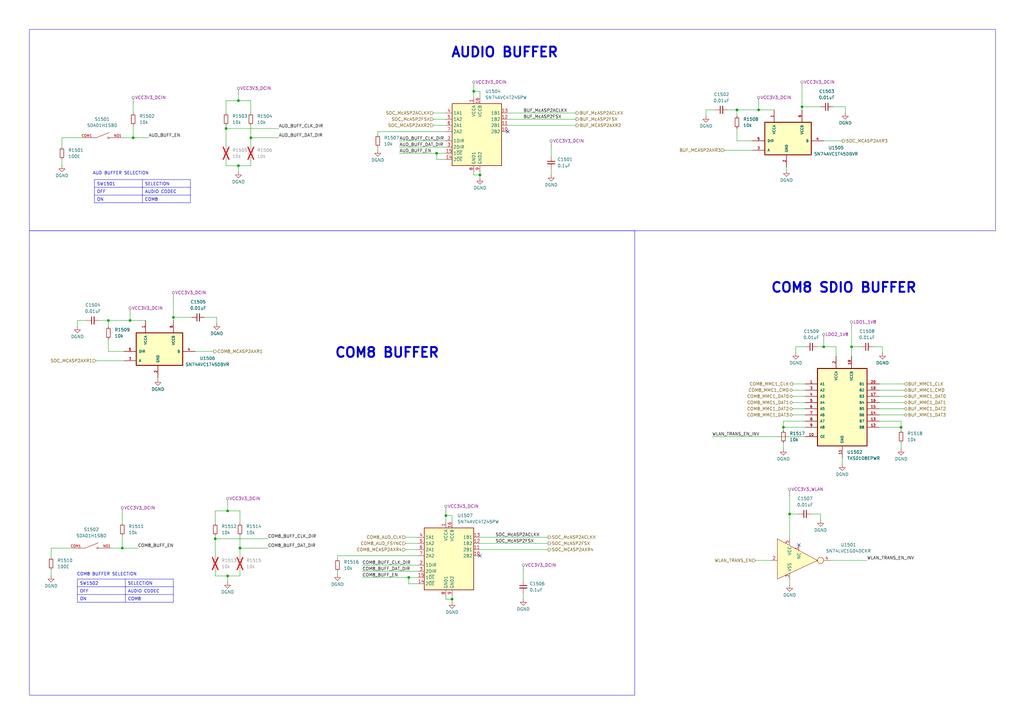
<source format=kicad_sch>
(kicad_sch (version 20250114) (generator "eeschema") (generator_version "9.0")
  (paper "A3")
  (title_block (title "Barre de son (base saine)") (date "2025-05-16") (rev "1.0") (company "NDH"))
  (lib_symbols
    (symbol "Device:C_Small" (pin_numbers (hide yes)) (pin_names (offset 0.254) (hide yes))
      (property "Reference" "C" (at 0.254 1.778 0))
      (property "Value" "C_Small" (at 0.254 -2.032 0))
      (symbol "C_Small_0_1"
        (polyline (pts (xy -1.524 0.508) (xy 1.524 0.508)) (stroke (width 0.3048)))
        (polyline (pts (xy -1.524 -0.508) (xy 1.524 -0.508)) (stroke (width 0.3302)))
      )
      (symbol "C_Small_1_1"
        (pin passive line (at 0 2.54 270) (length 2.032) (name "~") (number "1"))
        (pin passive line (at 0 -2.54 90) (length 2.032) (name "~") (number "2"))
      )
    )
    (symbol "Device:R_Small" (pin_numbers (hide yes)) (pin_names (offset 0.254) (hide yes))
      (property "Reference" "R" (at 0.762 0.508 0))
      (property "Value" "R_Small" (at 0.762 -1.016 0))
      (symbol "R_Small_0_1"
        (rectangle (start -0.762 1.778) (end 0.762 -1.778) (stroke (width 0.2032)))
      )
      (symbol "R_Small_1_1"
        (pin passive line (at 0 2.54 270) (length 0.762) (name "~") (number "1"))
        (pin passive line (at 0 -2.54 90) (length 0.762) (name "~") (number "2"))
      )
    )
    (symbol "Libglobal:SDA01H1SBD" (pin_names (offset 1.016))
      (property "Reference" "S" (at -2.54 2.54 0))
      (property "Value" "SDA01H1SBD" (at -2.54 -2.54 0))
      (symbol "SDA01H1SBD_0_0"
        (polyline (pts (xy -2.54 0) (xy -5.08 0)) (stroke (width 0.1524)))
        (polyline (pts (xy -2.54 0) (xy 2.794 2.1336)) (stroke (width 0.1524)))
        (circle (center 2.54 0) (radius 0.3302) (stroke (width 0.1524)))
        (polyline (pts (xy 5.08 0) (xy 2.921 0)) (stroke (width 0.1524)))
        (pin passive line (at -7.62 0 0) (length 2.54) (name "~") (number "COM1"))
        (pin passive line (at 7.62 0 180) (length 2.54) (name "~") (number "NO1"))
      )
    )
    (symbol "Libglobal:SN74AVC1T45DBVR" (pin_names (offset 1.016))
      (property "Reference" "U" (at -12.7 13.7 0))
      (property "Value" "SN74AVC1T45DBVR" (at 3.302 -6.604 0))
      (symbol "SN74AVC1T45DBVR_0_0"
        (rectangle (start -12.7 10.16) (end 6.35 -3.175) (stroke (width 0.41)) (fill (type background)))
        (pin input line (at -17.78 2.54 0) (length 5.08) (name "DIR") (number "5"))
        (pin input line (at -17.78 -1.27 0) (length 5.08) (name "A") (number "3"))
        (pin power_in line (at -8.89 15.24 270) (length 5.08) (name "VCCA") (number "1"))
        (pin power_in line (at -3.81 -8.255 90) (length 5.08) (name "GND") (number "2"))
        (pin power_in line (at 2.54 15.24 270) (length 5.08) (name "VCCB") (number "6"))
        (pin output line (at 11.43 2.54 180) (length 5.08) (name "B") (number "4"))
      )
    )
    (symbol "Libglobal:SN74AVC4T245PW"
      (property "Reference" "U" (at -8.89 13.97 0))
      (property "Value" "SN74AVC4T245PW" (at 12.7 13.97 0))
      (symbol "SN74AVC4T245PW_0_1"
        (rectangle (start -10.16 12.7) (end 10.16 -12.7) (stroke (width 0.254)) (fill (type background)))
      )
      (symbol "SN74AVC4T245PW_1_1"
        (pin bidirectional line (at -12.7 8.89 0) (length 2.54) (name "1A1") (number "4"))
        (pin bidirectional line (at -12.7 6.35 0) (length 2.54) (name "1A2") (number "5"))
        (pin bidirectional line (at -12.7 3.81 0) (length 2.54) (name "2A1") (number "6"))
        (pin bidirectional line (at -12.7 1.27 0) (length 2.54) (name "2A2") (number "7"))
        (pin input line (at -12.7 -2.54 0) (length 2.54) (name "1DIR") (number "2"))
        (pin input line (at -12.7 -5.08 0) (length 2.54) (name "2DIR") (number "3"))
        (pin input line (at -12.7 -7.62 0) (length 2.54) (name "1~{OE}") (number "15"))
        (pin input line (at -12.7 -10.16 0) (length 2.54) (name "2~{OE}") (number "14"))
        (pin power_in line (at -1.27 15.24 270) (length 2.54) (name "VCCA") (number "1"))
        (pin power_in line (at -1.27 -15.24 90) (length 2.54) (name "GND1") (number "8"))
        (pin power_in line (at 1.27 15.24 270) (length 2.54) (name "VCCB") (number "16"))
        (pin passive line (at 1.27 -15.24 90) (length 2.54) (name "GND2") (number "9"))
        (pin bidirectional line (at 12.7 8.89 180) (length 2.54) (name "1B1") (number "13"))
        (pin bidirectional line (at 12.7 6.35 180) (length 2.54) (name "1B2") (number "12"))
        (pin bidirectional line (at 12.7 3.81 180) (length 2.54) (name "2B1") (number "11"))
        (pin bidirectional line (at 12.7 1.27 180) (length 2.54) (name "2B2") (number "10"))
      )
    )
    (symbol "Libglobal:SN74LVC1G04DCKR"
      (property "Reference" "U" (at 0 0 0))
      (property "Value" "SN74LVC1G04DCKR" (at -0.508 -1.524 0))
      (symbol "SN74LVC1G04DCKR_1_1"
        (polyline (pts (xy -10.16 -11.43) (xy -10.16 -24.13) (xy 6.35 -16.51) (xy -10.16 -7.62) (xy -10.16 -11.43)) (fill (type background)))
        (circle (center 6.35 -16.51) (radius 0.0001))
        (circle (center 7.62 -16.51) (radius 1.27) (fill (type background)))
        (pin input line (at -12.7 -16.51 0) (length 2.54) (name "") (number "2"))
        (pin input line (at -5.08 -7.62 270) (length 2.54) (name "VCC") (number "5"))
        (pin input line (at -5.08 -24.13 90) (length 2.54) (name "VSS") (number "3"))
        (pin input line (at -1.27 -10.16 270) (length 2.54) (name "NC") (number "1"))
        (pin output line (at 11.43 -16.51 180) (length 2.54) (name "") (number "4"))
      )
    )
    (symbol "Libglobal:TXS0108EPWR" (pin_names (offset 1.016))
      (property "Reference" "U" (at 9.144 -8.636 0))
      (property "Value" "TXS0108EPWR" (at 9.144 -10.414 0))
      (symbol "TXS0108EPWR_0_0"
        (rectangle (start -12.7 22.86) (end 7.62 -8.89) (stroke (width 0.41)) (fill (type background)))
        (pin bidirectional line (at -17.78 16.51 0) (length 5.08) (name "A1") (number "1"))
        (pin bidirectional line (at -17.78 13.97 0) (length 5.08) (name "A2") (number "3"))
        (pin bidirectional line (at -17.78 11.43 0) (length 5.08) (name "A3") (number "4"))
        (pin bidirectional line (at -17.78 8.89 0) (length 5.08) (name "A4") (number "5"))
        (pin bidirectional line (at -17.78 6.35 0) (length 5.08) (name "A5") (number "6"))
        (pin bidirectional line (at -17.78 3.81 0) (length 5.08) (name "A6") (number "7"))
        (pin bidirectional line (at -17.78 1.27 0) (length 5.08) (name "A7") (number "8"))
        (pin bidirectional line (at -17.78 -1.27 0) (length 5.08) (name "A8") (number "9"))
        (pin input line (at -17.78 -5.08 0) (length 5.08) (name "OE") (number "10"))
        (pin power_in line (at -5.08 27.94 270) (length 5.08) (name "VCCA") (number "2"))
        (pin power_in line (at -2.54 -13.97 90) (length 5.08) (name "GND") (number "11"))
        (pin power_in line (at 1.27 27.94 270) (length 5.08) (name "VCCB") (number "19"))
        (pin bidirectional line (at 12.7 16.51 180) (length 5.08) (name "B1") (number "20"))
        (pin bidirectional line (at 12.7 13.97 180) (length 5.08) (name "B2") (number "18"))
        (pin bidirectional line (at 12.7 11.43 180) (length 5.08) (name "B3") (number "17"))
        (pin bidirectional line (at 12.7 8.89 180) (length 5.08) (name "B4") (number "16"))
        (pin bidirectional line (at 12.7 6.35 180) (length 5.08) (name "B5") (number "15"))
        (pin bidirectional line (at 12.7 3.81 180) (length 5.08) (name "B6") (number "14"))
        (pin bidirectional line (at 12.7 1.27 180) (length 5.08) (name "B7") (number "13"))
        (pin bidirectional line (at 12.7 -1.27 180) (length 5.08) (name "B8") (number "12"))
      )
    )
    (symbol "SN74AVC1T45DBVR_1" (pin_names (offset 1.016))
      (property "Reference" "U" (at -12.7 13.7 0))
      (property "Value" "SN74AVC1T45DBVR" (at 3.302 -6.604 0))
      (symbol "SN74AVC1T45DBVR_1_0_0"
        (rectangle (start -12.7 10.16) (end 6.35 -3.175) (stroke (width 0.41)) (fill (type background)))
        (pin input line (at -17.78 2.54 0) (length 5.08) (name "DIR") (number "5"))
        (pin input line (at -17.78 -1.27 0) (length 5.08) (name "A") (number "3"))
        (pin power_in line (at -8.89 15.24 270) (length 5.08) (name "VCCA") (number "1"))
        (pin power_in line (at -3.81 -8.255 90) (length 5.08) (name "GND") (number "2"))
        (pin power_in line (at 2.54 15.24 270) (length 5.08) (name "VCCB") (number "6"))
        (pin output line (at 11.43 2.54 180) (length 5.08) (name "B") (number "4"))
      )
    )
    (symbol "power:GND" (power) (pin_numbers (hide yes)) (pin_names (offset 0) (hide yes))
      (property "Value" "GND" (at 0 -3.81 0))
      (symbol "GND_0_1"
        (polyline (pts (xy 0 0) (xy 0 -1.27) (xy 1.27 -1.27) (xy 0 -2.54) (xy -1.27 -1.27) (xy 0 -1.27)))
      )
      (symbol "GND_1_1"
        (pin power_in line (at 0 0 270) (length 0) (name "~") (number "1"))
      )
    )
  )
  (rectangle (start 12.065 12.065) (end 408.305 94.615))
  (rectangle (start 12.065 94.615) (end 260.35 285.115))
  (text "COM8 SDIO BUFFER\n" (at 346.075 118.11 0) (effects (font (size 4 4) (thickness 0.8) (bold yes))))
  (text "AUD BUFFER SELECTION\n" (at 49.53 71.12 0) (effects (font (size 1.27 1.27))))
  (text "AUDIO BUFFER\n" (at 207.01 21.59 0) (effects (font (size 4 4) (thickness 0.8) (bold yes))))
  (text "COM8 BUFFER SELECTION\n" (at 43.815 235.585 0) (effects (font (size 1.27 1.27))))
  (text "COM8 BUFFER\n" (at 158.75 144.78 0) (effects (font (size 4 4) (thickness 0.8) (bold yes))))
  (junction (at 50.165 224.79))
  (junction (at 328.93 43.815))
  (junction (at 167.64 236.855))
  (junction (at 349.25 142.24))
  (junction (at 53.34 131.445))
  (junction (at 311.15 45.085))
  (junction (at 97.79 41.275))
  (junction (at 182.88 211.455))
  (junction (at 194.31 37.465))
  (junction (at 92.71 52.705))
  (junction (at 44.45 131.445))
  (junction (at 369.57 175.26))
  (junction (at 88.265 220.98))
  (junction (at 54.61 56.515))
  (junction (at 102.87 56.515))
  (junction (at 337.82 142.24))
  (junction (at 323.85 210.82))
  (junction (at 321.31 175.26))
  (junction (at 97.79 67.945))
  (junction (at 71.12 130.175))
  (junction (at 98.425 224.79))
  (junction (at 179.07 62.865))
  (junction (at 93.345 209.55))
  (junction (at 302.26 45.085))
  (junction (at 185.42 245.745))
  (junction (at 196.85 71.755))
  (junction (at 93.345 236.22))
  (no_connect (at 208.28 53.975))
  (no_connect (at 196.85 227.965))
  (no_connect (at 327.66 223.52))
  (wire (pts (xy 54.61 56.515) (xy 60.96 56.515)))
  (wire (pts (xy 98.425 224.79) (xy 98.425 228.6)))
  (wire (pts (xy 326.39 142.24) (xy 330.2 142.24)))
  (wire (pts (xy 179.07 62.865) (xy 182.88 62.865)))
  (wire (pts (xy 370.84 160.02) (xy 360.68 160.02)))
  (wire (pts (xy 50.165 219.71) (xy 50.165 224.79)))
  (wire (pts (xy 88.265 209.55) (xy 88.265 214.63)))
  (wire (pts (xy 39.37 147.955) (xy 50.8 147.955)))
  (wire (pts (xy 236.22 51.435) (xy 208.28 51.435)))
  (wire (pts (xy 177.8 46.355) (xy 182.88 46.355)))
  (wire (pts (xy 54.61 51.435) (xy 54.61 56.515)))
  (wire (pts (xy 93.345 209.55) (xy 88.265 209.55)))
  (wire (pts (xy 322.58 68.58) (xy 322.58 69.85)))
  (wire (pts (xy 102.87 51.435) (xy 102.87 56.515)))
  (wire (pts (xy 236.22 48.895) (xy 208.28 48.895)))
  (wire (pts (xy 92.71 67.945) (xy 92.71 65.405)))
  (wire (pts (xy 102.87 65.405) (xy 102.87 67.945)))
  (wire (pts (xy 293.37 45.085) (xy 289.56 45.085)))
  (wire (pts (xy 311.15 42.545) (xy 311.15 45.085)))
  (wire (pts (xy 330.2 172.72) (xy 321.31 172.72)))
  (wire (pts (xy 154.94 53.975) (xy 182.88 53.975)))
  (wire (pts (xy 369.57 181.61) (xy 369.57 184.15)))
  (wire (pts (xy 20.955 233.68) (xy 20.955 236.22)))
  (wire (pts (xy 345.44 187.96) (xy 345.44 190.5)))
  (wire (pts (xy 336.55 213.36) (xy 336.55 210.82)))
  (wire (pts (xy 44.45 133.985) (xy 44.45 131.445)))
  (wire (pts (xy 34.29 56.515) (xy 25.4 56.515)))
  (wire (pts (xy 328.93 36.195) (xy 328.93 43.815)))
  (wire (pts (xy 185.42 211.455) (xy 182.88 211.455)))
  (wire (pts (xy 321.31 175.26) (xy 321.31 176.53)))
  (wire (pts (xy 50.165 224.79) (xy 56.515 224.79)))
  (wire (pts (xy 71.12 130.175) (xy 71.12 131.445)))
  (wire (pts (xy 321.31 172.72) (xy 321.31 175.26)))
  (wire (pts (xy 302.26 47.625) (xy 302.26 45.085)))
  (wire (pts (xy 309.88 229.87) (xy 316.23 229.87)))
  (wire (pts (xy 185.42 245.745) (xy 185.42 247.015)))
  (wire (pts (xy 171.45 239.395) (xy 167.64 239.395)))
  (wire (pts (xy 370.84 167.64) (xy 360.68 167.64)))
  (wire (pts (xy 325.12 162.56) (xy 330.2 162.56)))
  (wire (pts (xy 93.345 207.01) (xy 93.345 209.55)))
  (wire (pts (xy 98.425 224.79) (xy 109.855 224.79)))
  (wire (pts (xy 224.79 220.345) (xy 196.85 220.345)))
  (wire (pts (xy 302.26 57.785) (xy 308.61 57.785)))
  (wire (pts (xy 194.31 71.755) (xy 194.31 70.485)))
  (wire (pts (xy 345.44 57.785) (xy 337.82 57.785)))
  (wire (pts (xy 166.37 225.425) (xy 171.45 225.425)))
  (wire (pts (xy 196.85 40.005) (xy 196.85 37.465)))
  (wire (pts (xy 31.75 131.445) (xy 31.75 133.985)))
  (wire (pts (xy 98.425 209.55) (xy 93.345 209.55)))
  (wire (pts (xy 185.42 244.475) (xy 185.42 245.745)))
  (wire (pts (xy 98.425 219.71) (xy 98.425 224.79)))
  (wire (pts (xy 182.88 65.405) (xy 179.07 65.405)))
  (wire (pts (xy 194.31 36.195) (xy 194.31 37.465)))
  (wire (pts (xy 185.42 245.745) (xy 182.88 245.745)))
  (wire (pts (xy 335.28 142.24) (xy 337.82 142.24)))
  (wire (pts (xy 224.79 222.885) (xy 196.85 222.885)))
  (wire (pts (xy 93.345 236.22) (xy 98.425 236.22)))
  (wire (pts (xy 302.26 52.705) (xy 302.26 57.785)))
  (wire (pts (xy 138.43 227.965) (xy 171.45 227.965)))
  (wire (pts (xy 138.43 234.315) (xy 138.43 235.585)))
  (wire (pts (xy 196.85 71.755) (xy 196.85 73.025)))
  (wire (pts (xy 328.93 43.815) (xy 328.93 45.085)))
  (wire (pts (xy 102.87 56.515) (xy 114.3 56.515)))
  (wire (pts (xy 236.22 46.355) (xy 208.28 46.355)))
  (wire (pts (xy 185.42 213.995) (xy 185.42 211.455)))
  (wire (pts (xy 325.12 160.02) (xy 330.2 160.02)))
  (wire (pts (xy 53.34 128.905) (xy 53.34 131.445)))
  (wire (pts (xy 44.45 139.065) (xy 44.45 144.145)))
  (wire (pts (xy 224.79 225.425) (xy 196.85 225.425)))
  (wire (pts (xy 361.95 142.24) (xy 358.14 142.24)))
  (wire (pts (xy 196.85 71.755) (xy 194.31 71.755)))
  (wire (pts (xy 98.425 214.63) (xy 98.425 209.55)))
  (wire (pts (xy 97.79 67.945) (xy 102.87 67.945)))
  (wire (pts (xy 360.68 172.72) (xy 369.57 172.72)))
  (wire (pts (xy 138.43 229.235) (xy 138.43 227.965)))
  (wire (pts (xy 44.45 131.445) (xy 53.34 131.445)))
  (wire (pts (xy 25.4 56.515) (xy 25.4 60.325)))
  (wire (pts (xy 182.88 210.185) (xy 182.88 211.455)))
  (wire (pts (xy 369.57 175.26) (xy 369.57 176.53)))
  (wire (pts (xy 182.88 245.745) (xy 182.88 244.475)))
  (wire (pts (xy 330.2 175.26) (xy 321.31 175.26)))
  (wire (pts (xy 64.77 154.94) (xy 64.77 155.575)))
  (wire (pts (xy 297.18 61.595) (xy 308.61 61.595)))
  (wire (pts (xy 40.64 131.445) (xy 44.45 131.445)))
  (wire (pts (xy 163.83 62.865) (xy 179.07 62.865)))
  (wire (pts (xy 167.64 239.395) (xy 167.64 236.855)))
  (wire (pts (xy 321.31 181.61) (xy 321.31 184.15)))
  (wire (pts (xy 369.57 172.72) (xy 369.57 175.26)))
  (wire (pts (xy 326.39 144.78) (xy 326.39 142.24)))
  (wire (pts (xy 179.07 65.405) (xy 179.07 62.865)))
  (wire (pts (xy 349.25 142.24) (xy 349.25 146.05)))
  (wire (pts (xy 194.31 37.465) (xy 194.31 40.005)))
  (wire (pts (xy 342.9 142.24) (xy 342.9 146.05)))
  (wire (pts (xy 177.8 48.895) (xy 182.88 48.895)))
  (wire (pts (xy 50.165 210.82) (xy 50.165 214.63)))
  (wire (pts (xy 346.71 43.815) (xy 341.63 43.815)))
  (wire (pts (xy 148.59 236.855) (xy 167.64 236.855)))
  (wire (pts (xy 92.71 51.435) (xy 92.71 52.705)))
  (wire (pts (xy 87.63 144.145) (xy 80.01 144.145)))
  (wire (pts (xy 370.84 162.56) (xy 360.68 162.56)))
  (wire (pts (xy 54.61 42.545) (xy 54.61 46.355)))
  (wire (pts (xy 88.265 220.98) (xy 88.265 228.6)))
  (wire (pts (xy 154.94 60.325) (xy 154.94 61.595)))
  (wire (pts (xy 325.12 157.48) (xy 330.2 157.48)))
  (wire (pts (xy 35.56 131.445) (xy 31.75 131.445)))
  (wire (pts (xy 97.79 70.485) (xy 97.79 67.945)))
  (wire (pts (xy 226.06 69.215) (xy 226.06 71.755)))
  (wire (pts (xy 102.87 56.515) (xy 102.87 60.325)))
  (wire (pts (xy 92.71 52.705) (xy 114.3 52.705)))
  (wire (pts (xy 370.84 165.1) (xy 360.68 165.1)))
  (wire (pts (xy 302.26 45.085) (xy 311.15 45.085)))
  (wire (pts (xy 196.85 37.465) (xy 194.31 37.465)))
  (wire (pts (xy 226.06 60.325) (xy 226.06 64.135)))
  (wire (pts (xy 323.85 210.82) (xy 327.66 210.82)))
  (wire (pts (xy 370.84 170.18) (xy 360.68 170.18)))
  (wire (pts (xy 182.88 211.455) (xy 182.88 213.995)))
  (wire (pts (xy 340.36 229.87) (xy 355.6 229.87)))
  (wire (pts (xy 337.82 142.24) (xy 342.9 142.24)))
  (wire (pts (xy 337.82 139.7) (xy 337.82 142.24)))
  (wire (pts (xy 336.55 210.82) (xy 332.74 210.82)))
  (wire (pts (xy 336.55 43.815) (xy 328.93 43.815)))
  (wire (pts (xy 323.85 203.2) (xy 323.85 210.82)))
  (wire (pts (xy 166.37 222.885) (xy 171.45 222.885)))
  (wire (pts (xy 289.56 45.085) (xy 289.56 47.625)))
  (wire (pts (xy 166.37 220.345) (xy 171.45 220.345)))
  (wire (pts (xy 361.95 144.78) (xy 361.95 142.24)))
  (wire (pts (xy 163.83 60.325) (xy 182.88 60.325)))
  (wire (pts (xy 44.45 144.145) (xy 50.8 144.145)))
  (wire (pts (xy 325.12 167.64) (xy 330.2 167.64)))
  (wire (pts (xy 323.85 237.49) (xy 323.85 240.03)))
  (wire (pts (xy 93.345 238.76) (xy 93.345 236.22)))
  (wire (pts (xy 54.61 56.515) (xy 49.53 56.515)))
  (wire (pts (xy 323.85 210.82) (xy 323.85 220.98)))
  (wire (pts (xy 167.64 236.855) (xy 171.45 236.855)))
  (wire (pts (xy 214.63 243.205) (xy 214.63 245.745)))
  (wire (pts (xy 177.8 51.435) (xy 182.88 51.435)))
  (wire (pts (xy 78.74 130.175) (xy 71.12 130.175)))
  (wire (pts (xy 88.265 219.71) (xy 88.265 220.98)))
  (wire (pts (xy 53.34 131.445) (xy 59.69 131.445)))
  (wire (pts (xy 88.9 132.715) (xy 88.9 130.175)))
  (wire (pts (xy 88.9 130.175) (xy 83.82 130.175)))
  (wire (pts (xy 163.83 57.785) (xy 182.88 57.785)))
  (wire (pts (xy 325.12 170.18) (xy 330.2 170.18)))
  (wire (pts (xy 325.12 165.1) (xy 330.2 165.1)))
  (wire (pts (xy 370.84 157.48) (xy 360.68 157.48)))
  (wire (pts (xy 25.4 65.405) (xy 25.4 67.945)))
  (wire (pts (xy 349.25 142.24) (xy 353.06 142.24)))
  (wire (pts (xy 154.94 55.245) (xy 154.94 53.975)))
  (wire (pts (xy 88.265 220.98) (xy 109.855 220.98)))
  (wire (pts (xy 29.845 224.79) (xy 20.955 224.79)))
  (wire (pts (xy 50.165 224.79) (xy 45.085 224.79)))
  (wire (pts (xy 92.71 52.705) (xy 92.71 60.325)))
  (wire (pts (xy 148.59 234.315) (xy 171.45 234.315)))
  (wire (pts (xy 148.59 231.775) (xy 171.45 231.775)))
  (wire (pts (xy 102.87 46.355) (xy 102.87 41.275)))
  (wire (pts (xy 98.425 233.68) (xy 98.425 236.22)))
  (wire (pts (xy 298.45 45.085) (xy 302.26 45.085)))
  (wire (pts (xy 214.63 234.315) (xy 214.63 238.125)))
  (wire (pts (xy 346.71 46.355) (xy 346.71 43.815)))
  (wire (pts (xy 88.265 236.22) (xy 88.265 233.68)))
  (wire (pts (xy 311.15 45.085) (xy 317.5 45.085)))
  (wire (pts (xy 292.1 179.07) (xy 330.2 179.07)))
  (wire (pts (xy 349.25 134.62) (xy 349.25 142.24)))
  (wire (pts (xy 88.265 236.22) (xy 93.345 236.22)))
  (wire (pts (xy 20.955 224.79) (xy 20.955 228.6)))
  (wire (pts (xy 71.12 122.555) (xy 71.12 130.175)))
  (wire (pts (xy 92.71 67.945) (xy 97.79 67.945)))
  (wire (pts (xy 97.79 38.735) (xy 97.79 41.275)))
  (wire (pts (xy 360.68 175.26) (xy 369.57 175.26)))
  (wire (pts (xy 196.85 70.485) (xy 196.85 71.755)))
  (wire (pts (xy 92.71 41.275) (xy 92.71 46.355)))
  (wire (pts (xy 97.79 41.275) (xy 92.71 41.275)))
  (wire (pts (xy 102.87 41.275) (xy 97.79 41.275)))
  (table (column_count 2) (border (external yes) (header yes)) (separators (rows yes) (cols yes)) (column_widths 19.685 19.685) (row_heights 3.175 3.175 3.175) (cells (table_cell "SW1501" (at 38.735 73.66 0) (size 19.685 3.175) (margins 0.9525 0.9525 0.9525 0.9525) (span 1 1)) (table_cell "SELECTION" (at 58.42 73.66 0) (size 19.685 3.175) (margins 0.9525 0.9525 0.9525 0.9525) (span 1 1)) (table_cell "OFF" (at 38.735 76.835 0) (size 19.685 3.175) (margins 0.9525 0.9525 0.9525 0.9525) (span 1 1)) (table_cell "AUDIO CODEC" (at 58.42 76.835 0) (size 19.685 3.175) (margins 0.9525 0.9525 0.9525 0.9525) (span 1 1)) (table_cell "ON" (at 38.735 80.01 0) (size 19.685 3.175) (margins 0.9525 0.9525 0.9525 0.9525) (span 1 1)) (table_cell "COM8" (at 58.42 80.01 0) (size 19.685 3.175) (margins 0.9525 0.9525 0.9525 0.9525) (span 1 1))))
  (table (column_count 2) (border (external yes) (header yes)) (separators (rows yes) (cols yes)) (column_widths 19.685 19.685) (row_heights 3.175 3.175 3.175) (cells (table_cell "SW1502" (at 31.75 237.49 0) (size 19.685 3.175) (margins 0.9525 0.9525 0.9525 0.9525) (span 1 1)) (table_cell "SELECTION" (at 51.435 237.49 0) (size 19.685 3.175) (margins 0.9525 0.9525 0.9525 0.9525) (span 1 1)) (table_cell "OFF" (at 31.75 240.665 0) (size 19.685 3.175) (margins 0.9525 0.9525 0.9525 0.9525) (span 1 1)) (table_cell "AUDIO CODEC" (at 51.435 240.665 0) (size 19.685 3.175) (margins 0.9525 0.9525 0.9525 0.9525) (span 1 1)) (table_cell "ON" (at 31.75 243.84 0) (size 19.685 3.175) (margins 0.9525 0.9525 0.9525 0.9525) (span 1 1)) (table_cell "COM8" (at 51.435 243.84 0) (size 19.685 3.175) (margins 0.9525 0.9525 0.9525 0.9525) (span 1 1))))
  (label "AUD_BUFF_DAT_DIR" (at 114.3 56.515 0))
  (label "AUD_BUFF_CLK_DIR" (at 163.83 57.785 0))
  (label "COM8_BUFF_CLK_DIR" (at 109.855 220.98 0))
  (label "SOC_McASP2FSX" (at 203.2 222.885 0))
  (label "WLAN_TRANS_EN_INV" (at 292.1 179.07 0))
  (label "BUF_McASP2ACLKX" (at 214.63 46.355 0))
  (label "COM8_BUFF_CLK_DIR" (at 148.59 231.775 0))
  (label "COM8_BUFF_EN" (at 148.59 236.855 0))
  (label "BUF_McASP2FSX" (at 214.63 48.895 0))
  (label "COM8_BUFF_EN" (at 56.515 224.79 0))
  (label "COM8_BUFF_DAT_DIR" (at 148.59 234.315 0))
  (label "AUD_BUFF_CLK_DIR" (at 114.3 52.705 0))
  (label "SOC_McASP2ACLKX" (at 203.2 220.345 0))
  (label "AUD_BUFF_EN" (at 60.96 56.515 0))
  (label "WLAN_TRANS_EN_INV" (at 355.6 229.87 0))
  (label "AUD_BUFF_EN" (at 163.83 62.865 0))
  (label "AUD_BUFF_DAT_DIR" (at 163.83 60.325 0))
  (label "COM8_BUFF_DAT_DIR" (at 109.855 224.79 0))
  (hierarchical_label "COM8_MMC1_DAT3" (shape bidirectional) (at 325.12 170.18 180))
  (hierarchical_label "COM8_MMC1_DAT1" (shape bidirectional) (at 325.12 165.1 180))
  (hierarchical_label "SOC_McASP2ACLKX" (shape output) (at 224.79 220.345 0))
  (hierarchical_label "SOC_MCASP2AXR3" (shape output) (at 345.44 57.785 0))
  (hierarchical_label "BUF_MMC1_CLK" (shape input) (at 370.84 157.48 0))
  (hierarchical_label "BUF_MMC1_CMD" (shape bidirectional) (at 370.84 160.02 0))
  (hierarchical_label "BUF_MCASP2AXR2" (shape output) (at 236.22 51.435 0))
  (hierarchical_label "COM8_MMC1_CMD" (shape bidirectional) (at 325.12 160.02 180))
  (hierarchical_label "COM8_MCASP2AXR4" (shape input) (at 166.37 225.425 180))
  (hierarchical_label "COM8_AUD_FSYNC" (shape input) (at 166.37 222.885 180))
  (hierarchical_label "WLAN_TRANS_EN" (shape input) (at 309.88 229.87 180))
  (hierarchical_label "BUF_MCASP2AXR3" (shape input) (at 297.18 61.595 180))
  (hierarchical_label "SOC_McASP2FSX" (shape input) (at 177.8 48.895 180))
  (hierarchical_label "COM8_MMC1_DAT2" (shape bidirectional) (at 325.12 167.64 180))
  (hierarchical_label "BUF_MMC1_DAT3" (shape bidirectional) (at 370.84 170.18 0))
  (hierarchical_label "BUF_MMC1_DAT1" (shape bidirectional) (at 370.84 165.1 0))
  (hierarchical_label "SOC_McASP2ACLKX" (shape input) (at 177.8 46.355 180))
  (hierarchical_label "COM8_MMC1_DAT0" (shape bidirectional) (at 325.12 162.56 180))
  (hierarchical_label "COM8_MMC1_CLK" (shape output) (at 325.12 157.48 180))
  (hierarchical_label "SOC_McASP2FSX" (shape output) (at 224.79 222.885 0))
  (hierarchical_label "COM8_AUD_CLK" (shape input) (at 166.37 220.345 180))
  (hierarchical_label "BUF_MMC1_DAT0" (shape bidirectional) (at 370.84 162.56 0))
  (hierarchical_label "BUF_MMC1_DAT2" (shape bidirectional) (at 370.84 167.64 0))
  (hierarchical_label "BUF_McASP2ACLKX" (shape output) (at 236.22 46.355 0))
  (hierarchical_label "SOC_MCASP2AXR1" (shape input) (at 39.37 147.955 180))
  (hierarchical_label "BUF_McASP2FSX" (shape output) (at 236.22 48.895 0))
  (hierarchical_label "SOC_MCASP2AXR4" (shape output) (at 224.79 225.425 0))
  (hierarchical_label "SOC_MCASP2AXR2" (shape input) (at 177.8 51.435 180))
  (hierarchical_label "COM8_MCASP2AXR1" (shape output) (at 87.63 144.145 0))
  (netclass_flag "" (length 2.54) (shape round) (at 323.85 203.2 0) (property "Netclass" "VCC3V3_WLAN" (at 324.5485 200.66 0) (effects (justify left))))
  (netclass_flag "" (length 2.54) (shape round) (at 349.25 134.62 0) (property "Netclass" "LDO1_1V8" (at 349.9485 132.08 0) (effects (justify left))))
  (netclass_flag "" (length 2.54) (shape round) (at 93.345 207.01 0) (property "Netclass" "VCC3V3_DCIN" (at 94.0435 204.47 0) (effects (justify left))))
  (netclass_flag "" (length 2.54) (shape round) (at 53.34 128.905 0) (property "Netclass" "VCC3V3_DCIN" (at 54.0385 126.365 0) (effects (justify left))))
  (netclass_flag "" (length 2.54) (shape round) (at 194.31 36.195 0) (property "Netclass" "VCC3V3_DCIN" (at 195.0085 33.655 0) (effects (justify left))))
  (netclass_flag "" (length 2.54) (shape round) (at 226.06 60.325 0) (property "Netclass" "VCC3V3_DCIN" (at 226.7585 57.785 0) (effects (justify left))))
  (netclass_flag "" (length 2.54) (shape round) (at 54.61 42.545 0) (property "Netclass" "VCC3V3_DCIN" (at 55.3085 40.005 0) (effects (justify left))))
  (netclass_flag "" (length 2.54) (shape round) (at 214.63 234.315 0) (property "Netclass" "VCC3V3_DCIN" (at 215.3285 231.775 0) (effects (justify left))))
  (netclass_flag "" (length 2.54) (shape round) (at 97.79 38.735 0) (property "Netclass" "VCC3V3_DCIN" (at 98.4885 36.195 0) (effects (justify left))))
  (netclass_flag "" (length 2.54) (shape round) (at 71.12 122.555 0) (property "Netclass" "VCC3V3_DCIN" (at 71.8185 120.015 0) (effects (justify left))))
  (netclass_flag "" (length 2.54) (shape round) (at 328.93 36.195 0) (property "Netclass" "VCC3V3_DCIN" (at 329.6285 33.655 0) (effects (justify left))))
  (netclass_flag "" (length 2.54) (shape round) (at 311.15 42.545 0) (property "Netclass" "VCC3V3_DCIN" (at 311.8485 40.005 0) (effects (justify left))))
  (netclass_flag "" (length 2.54) (shape round) (at 50.165 210.82 0) (property "Netclass" "VCC3V3_DCIN" (at 50.8635 208.28 0) (effects (justify left))))
  (netclass_flag "" (length 2.54) (shape round) (at 182.88 210.185 0) (property "Netclass" "VCC3V3_DCIN" (at 183.5785 207.645 0) (effects (justify left))))
  (netclass_flag "" (length 2.54) (shape round) (at 337.82 139.7 0) (property "Netclass" "LDO2_1V8" (at 338.5185 137.16 0) (effects (justify left))))
  (symbol (lib_id "Device:C_Small") (at 295.91 45.085 90) (unit 1)
    (property "Reference" "C1502" (at 295.9163 38.735 90))
    (property "Value" "0.01uF" (at 295.9163 41.275 90))
    (property "Description" "Unpolarized capacitor, small symbol" (effects (hide yes)))
  )
  (symbol (lib_id "Device:R_Small") (at 44.45 136.525 0) (unit 1)
    (property "Reference" "R1509" (at 46.99 135.2549 0) (effects (justify left)))
    (property "Value" "10k" (at 46.99 137.7949 0) (effects (justify left)))
    (property "Description" "Resistor, small symbol" (effects (hide yes)))
  )
  (symbol (lib_id "power:GND") (at 323.85 240.03 0) (unit 1)
    (property "Reference" "#PWR0395" (effects (hide yes)))
    (property "Value" "DGND" (at 323.85 244.094 0))
    (property "Description" "Power symbol creates a global label with name \"GND\" , ground" (effects (hide yes)))
  )
  (symbol (lib_id "Device:R_Small") (at 98.425 217.17 0) (unit 1)
    (property "Reference" "R1514" (at 100.965 215.8999 0) (effects (justify left)))
    (property "Value" "10k" (at 100.965 218.4399 0) (effects (justify left)))
    (property "Description" "Resistor, small symbol" (effects (hide yes)))
  )
  (symbol (lib_id "power:GND") (at 20.955 236.22 0) (unit 1)
    (property "Reference" "#PWR0390" (effects (hide yes)))
    (property "Value" "DGND" (at 20.955 240.284 0))
    (property "Description" "Power symbol creates a global label with name \"GND\" , ground" (effects (hide yes)))
  )
  (symbol (lib_id "Device:C_Small") (at 355.6 142.24 90) (unit 1)
    (property "Reference" "C1508" (at 355.6063 135.89 90))
    (property "Value" "0.01uF" (at 355.6063 138.43 90))
    (property "Description" "Unpolarized capacitor, small symbol" (effects (hide yes)))
  )
  (symbol (lib_id "power:GND") (at 97.79 70.485 0) (unit 1)
    (property "Reference" "#PWR0380" (effects (hide yes)))
    (property "Value" "DGND" (at 97.79 74.549 0))
    (property "Description" "Power symbol creates a global label with name \"GND\" , ground" (effects (hide yes)))
  )
  (symbol (lib_id "power:GND") (at 345.44 190.5 0) (unit 1)
    (property "Reference" "#PWR0397" (effects (hide yes)))
    (property "Value" "DGND" (at 345.44 194.564 0))
    (property "Description" "Power symbol creates a global label with name \"GND\" , ground" (effects (hide yes)))
  )
  (symbol (lib_id "power:GND") (at 154.94 61.595 0) (unit 1)
    (property "Reference" "#PWR0381" (effects (hide yes)))
    (property "Value" "DGND" (at 154.94 65.659 0))
    (property "Description" "Power symbol creates a global label with name \"GND\" , ground" (effects (hide yes)))
  )
  (symbol (lib_id "power:GND") (at 25.4 67.945 0) (unit 1)
    (property "Reference" "#PWR0379" (effects (hide yes)))
    (property "Value" "DGND" (at 25.4 72.009 0))
    (property "Description" "Power symbol creates a global label with name \"GND\" , ground" (effects (hide yes)))
  )
  (symbol (lib_id "Device:R_Small") (at 54.61 48.895 0) (unit 1)
    (property "Reference" "R1502" (at 57.15 47.6249 0) (effects (justify left)))
    (property "Value" "10k" (at 57.15 50.1649 0) (effects (justify left)))
    (property "Description" "Resistor, small symbol" (effects (hide yes)))
  )
  (symbol (lib_id "Libglobal:SDA01H1SBD") (at 41.91 56.515 0) (unit 1)
    (property "Reference" "S1501" (at 41.91 48.895 0))
    (property "Value" "SDA01H1SBD" (at 41.91 51.435 0))
    (property "Footprint" "SDA01H1SBD:SW_SDA01H1SBD" (effects (hide yes)))
    (property "MF" "C&K" (effects (hide yes)))
    (property "MAXIMUM_PACKAGE_HEIGHT" "5.45 mm" (effects (hide yes)))
    (property "Package" "None" (effects (hide yes)))
    (property "Price" "None" (effects (hide yes)))
    (property "Check_prices" "https://www.snapeda.com/parts/SDA01H1SBD/C%2526K/view-part/?ref=eda" (effects (hide yes)))
    (property "STANDARD" "Manufacturer Recommendations" (effects (hide yes)))
    (property "PARTREV" "28 may 18" (effects (hide yes)))
    (property "SnapEDA_Link" "https://www.snapeda.com/parts/SDA01H1SBD/C%2526K/view-part/?ref=snap" (effects (hide yes)))
    (property "MP" "SDA01H1SBD" (effects (hide yes)))
    (property "Description_1" "Dip Switch SPST 1 Position Surface Mount Slide (Standard) Actuator 25mA 24VDC" (effects (hide yes)))
    (property "Availability" "In Stock" (effects (hide yes)))
    (property "MANUFACTURER" "C&K" (effects (hide yes)))
  )
  (symbol (lib_id "Device:R_Small") (at 88.265 231.14 0) (unit 1) (dnp yes)
    (property "Reference" "R1513" (at 90.805 229.8699 0) (effects (justify left)))
    (property "Value" "10k" (at 90.805 232.4099 0) (effects (justify left)))
    (property "Description" "Resistor, small symbol" (effects (hide yes)))
  )
  (symbol (lib_id "Device:C_Small") (at 38.1 131.445 90) (unit 1)
    (property "Reference" "C1504" (at 38.1063 125.095 90))
    (property "Value" "0.01uF" (at 38.1063 127.635 90))
    (property "Description" "Unpolarized capacitor, small symbol" (effects (hide yes)))
  )
  (symbol (lib_id "Device:R_Small") (at 25.4 62.865 0) (unit 1)
    (property "Reference" "R1501" (at 27.94 61.5949 0) (effects (justify left)))
    (property "Value" "100E" (at 27.94 64.1349 0) (effects (justify left)))
    (property "Description" "Resistor, small symbol" (effects (hide yes)))
  )
  (symbol (lib_id "power:GND") (at 64.77 155.575 0) (unit 1)
    (property "Reference" "#PWR0388" (effects (hide yes)))
    (property "Value" "DGND" (at 64.77 159.639 0))
    (property "Description" "Power symbol creates a global label with name \"GND\" , ground" (effects (hide yes)))
  )
  (symbol (lib_id "power:GND") (at 369.57 184.15 0) (unit 1)
    (property "Reference" "#PWR0439" (effects (hide yes)))
    (property "Value" "DGND" (at 369.57 188.214 0))
    (property "Description" "Power symbol creates a global label with name \"GND\" , ground" (effects (hide yes)))
  )
  (symbol (lib_id "power:GND") (at 88.9 132.715 0) (unit 1)
    (property "Reference" "#PWR0389" (effects (hide yes)))
    (property "Value" "DGND" (at 88.9 136.779 0))
    (property "Description" "Power symbol creates a global label with name \"GND\" , ground" (effects (hide yes)))
  )
  (symbol (lib_id "Device:R_Small") (at 88.265 217.17 0) (unit 1)
    (property "Reference" "R1512" (at 90.805 215.8999 0) (effects (justify left)))
    (property "Value" "10k" (at 90.805 218.4399 0) (effects (justify left)))
    (property "Description" "Resistor, small symbol" (effects (hide yes)))
  )
  (symbol (lib_id "Device:R_Small") (at 98.425 231.14 0) (unit 1) (dnp yes)
    (property "Reference" "R1515" (at 100.965 229.8699 0) (effects (justify left)))
    (property "Value" "10k" (at 100.965 232.4099 0) (effects (justify left)))
    (property "Description" "Resistor, small symbol" (effects (hide yes)))
  )
  (symbol (lib_id "power:GND") (at 361.95 144.78 0) (unit 1)
    (property "Reference" "#PWR0398" (effects (hide yes)))
    (property "Value" "DGND" (at 361.95 148.844 0))
    (property "Description" "Power symbol creates a global label with name \"GND\" , ground" (effects (hide yes)))
  )
  (symbol (lib_id "Device:C_Small") (at 332.74 142.24 90) (unit 1)
    (property "Reference" "C1509" (at 332.7463 135.89 90))
    (property "Value" "0.01uF" (at 332.7463 138.43 90))
    (property "Description" "Unpolarized capacitor, small symbol" (effects (hide yes)))
  )
  (symbol (lib_id "power:GND") (at 346.71 46.355 0) (unit 1)
    (property "Reference" "#PWR0386" (effects (hide yes)))
    (property "Value" "DGND" (at 346.71 50.419 0))
    (property "Description" "Power symbol creates a global label with name \"GND\" , ground" (effects (hide yes)))
  )
  (symbol (lib_id "Libglobal:SN74LVC1G04DCKR") (at 328.93 213.36 0) (unit 1)
    (property "Reference" "U1501" (at 347.98 223.4498 0))
    (property "Value" "SN74LVC1G04DCKR" (at 347.98 225.9898 0))
  )
  (symbol (lib_id "power:GND") (at 93.345 238.76 0) (unit 1)
    (property "Reference" "#PWR0391" (effects (hide yes)))
    (property "Value" "DGND" (at 93.345 242.824 0))
    (property "Description" "Power symbol creates a global label with name \"GND\" , ground" (effects (hide yes)))
  )
  (symbol (lib_id "power:GND") (at 322.58 69.85 0) (unit 1)
    (property "Reference" "#PWR0384" (effects (hide yes)))
    (property "Value" "DGND" (at 322.58 73.914 0))
    (property "Description" "Power symbol creates a global label with name \"GND\" , ground" (effects (hide yes)))
  )
  (symbol (lib_id "power:GND") (at 196.85 73.025 0) (unit 1)
    (property "Reference" "#PWR0382" (effects (hide yes)))
    (property "Value" "DGND" (at 196.85 77.089 0))
    (property "Description" "Power symbol creates a global label with name \"GND\" , ground" (effects (hide yes)))
  )
  (symbol (lib_id "power:GND") (at 31.75 133.985 0) (unit 1)
    (property "Reference" "#PWR0387" (effects (hide yes)))
    (property "Value" "DGND" (at 31.75 138.049 0))
    (property "Description" "Power symbol creates a global label with name \"GND\" , ground" (effects (hide yes)))
  )
  (symbol (lib_id "Libglobal:SN74AVC1T45DBVR") (at 68.58 146.685 0) (unit 1)
    (property "Reference" "U1506" (at 85.09 146.9642 0))
    (property "Value" "SN74AVC1T45DBVR" (at 85.09 149.5042 0))
    (property "Footprint" "SN74AVC1T45DBVR:SOT95P280X145-6N" (effects (hide yes)))
    (property "MF" "Texas Instruments" (effects (hide yes)))
    (property "Description_1" "Single-Bit Dual-Supply Bus Transceiver with Configurable Voltage-Level Shifting and 3-State Outputs" (effects (hide yes)))
    (property "Package" "SOT-23-6 Texas Instruments" (effects (hide yes)))
    (property "Price" "None" (effects (hide yes)))
    (property "SnapEDA_Link" "https://www.snapeda.com/parts/SN74AVC1T45DBVR/Texas+Instruments/view-part/?ref=snap" (effects (hide yes)))
    (property "MP" "SN74AVC1T45DBVR" (effects (hide yes)))
    (property "Availability" "In Stock" (effects (hide yes)))
    (property "Check_prices" "https://www.snapeda.com/parts/SN74AVC1T45DBVR/Texas+Instruments/view-part/?ref=eda" (effects (hide yes)))
  )
  (symbol (lib_id "Libglobal:SN74AVC4T245PW") (at 184.15 229.235 0) (unit 1)
    (property "Reference" "U1507" (at 187.5633 211.455 0) (effects (justify left)))
    (property "Value" "SN74AVC4T245PW" (at 187.5633 213.995 0) (effects (justify left)))
    (property "Footprint" "Package_SO:TSSOP-16_4.4x5mm_P0.65mm" (effects (hide yes)))
    (property "Datasheet" "https://www.ti.com/lit/ds/symlink/sn74avc4t245.pdf" (effects (hide yes)))
    (property "Description" "4-Bit Dual-Supply Bus Transceiver With Configurable Voltage Translation and 3-State Outputs, TSSOP-16" (effects (hide yes)))
  )
  (symbol (lib_id "power:GND") (at 214.63 245.745 0) (unit 1)
    (property "Reference" "#PWR0394" (effects (hide yes)))
    (property "Value" "DGND" (at 214.63 249.809 0))
    (property "Description" "Power symbol creates a global label with name \"GND\" , ground" (effects (hide yes)))
  )
  (symbol (lib_id "Device:C_Small") (at 214.63 240.665 0) (unit 1)
    (property "Reference" "C1506" (at 217.17 239.4012 0) (effects (justify left)))
    (property "Value" "0.1uF" (at 217.17 241.9412 0) (effects (justify left)))
    (property "Description" "Unpolarized capacitor, small symbol" (effects (hide yes)))
  )
  (symbol (lib_id "power:GND") (at 289.56 47.625 0) (unit 1)
    (property "Reference" "#PWR0385" (effects (hide yes)))
    (property "Value" "DGND" (at 289.56 51.689 0))
    (property "Description" "Power symbol creates a global label with name \"GND\" , ground" (effects (hide yes)))
  )
  (symbol (lib_id "power:GND") (at 185.42 247.015 0) (unit 1)
    (property "Reference" "#PWR0393" (effects (hide yes)))
    (property "Value" "DGND" (at 185.42 251.079 0))
    (property "Description" "Power symbol creates a global label with name \"GND\" , ground" (effects (hide yes)))
  )
  (symbol (lib_id "power:GND") (at 138.43 235.585 0) (unit 1)
    (property "Reference" "#PWR0392" (effects (hide yes)))
    (property "Value" "DGND" (at 138.43 239.649 0))
    (property "Description" "Power symbol creates a global label with name \"GND\" , ground" (effects (hide yes)))
  )
  (symbol (lib_id "power:GND") (at 326.39 144.78 0) (unit 1)
    (property "Reference" "#PWR0399" (effects (hide yes)))
    (property "Value" "DGND" (at 326.39 148.844 0))
    (property "Description" "Power symbol creates a global label with name \"GND\" , ground" (effects (hide yes)))
  )
  (symbol (lib_id "Device:R_Small") (at 321.31 179.07 0) (unit 1)
    (property "Reference" "R1517" (at 323.85 177.7999 0) (effects (justify left)))
    (property "Value" "10k" (at 323.85 180.3399 0) (effects (justify left)))
    (property "Description" "Resistor, small symbol" (effects (hide yes)))
  )
  (symbol (lib_id "Device:R_Small") (at 92.71 48.895 0) (unit 1)
    (property "Reference" "R1503" (at 95.25 47.6249 0) (effects (justify left)))
    (property "Value" "10k" (at 95.25 50.1649 0) (effects (justify left)))
    (property "Description" "Resistor, small symbol" (effects (hide yes)))
  )
  (symbol (lib_id "Device:R_Small") (at 302.26 50.165 0) (unit 1)
    (property "Reference" "R1508" (at 304.8 48.8949 0) (effects (justify left)))
    (property "Value" "10k" (at 304.8 51.4349 0) (effects (justify left)))
    (property "Description" "Resistor, small symbol" (effects (hide yes)))
  )
  (symbol (lib_name "SN74AVC1T45DBVR_1") (lib_id "Libglobal:SN74AVC1T45DBVR") (at 326.39 60.325 0) (unit 1)
    (property "Reference" "U1505" (at 342.9 60.6042 0))
    (property "Value" "SN74AVC1T45DBVR" (at 342.9 63.1442 0))
    (property "Footprint" "SN74AVC1T45DBVR:SOT95P280X145-6N" (effects (hide yes)))
    (property "MF" "Texas Instruments" (effects (hide yes)))
    (property "Description_1" "Single-Bit Dual-Supply Bus Transceiver with Configurable Voltage-Level Shifting and 3-State Outputs" (effects (hide yes)))
    (property "Package" "SOT-23-6 Texas Instruments" (effects (hide yes)))
    (property "Price" "None" (effects (hide yes)))
    (property "SnapEDA_Link" "https://www.snapeda.com/parts/SN74AVC1T45DBVR/Texas+Instruments/view-part/?ref=snap" (effects (hide yes)))
    (property "MP" "SN74AVC1T45DBVR" (effects (hide yes)))
    (property "Availability" "In Stock" (effects (hide yes)))
    (property "Check_prices" "https://www.snapeda.com/parts/SN74AVC1T45DBVR/Texas+Instruments/view-part/?ref=eda" (effects (hide yes)))
  )
  (symbol (lib_id "Device:C_Small") (at 81.28 130.175 90) (unit 1)
    (property "Reference" "C1505" (at 81.2863 123.825 90))
    (property "Value" "0.01uF" (at 81.2863 126.365 90))
    (property "Description" "Unpolarized capacitor, small symbol" (effects (hide yes)))
  )
  (symbol (lib_id "power:GND") (at 226.06 71.755 0) (unit 1)
    (property "Reference" "#PWR0383" (effects (hide yes)))
    (property "Value" "DGND" (at 226.06 75.819 0))
    (property "Description" "Power symbol creates a global label with name \"GND\" , ground" (effects (hide yes)))
  )
  (symbol (lib_id "Device:R_Small") (at 102.87 62.865 0) (unit 1) (dnp yes)
    (property "Reference" "R1506" (at 105.41 61.5949 0) (effects (justify left)))
    (property "Value" "10k" (at 105.41 64.1349 0) (effects (justify left)))
    (property "Description" "Resistor, small symbol" (effects (hide yes)))
  )
  (symbol (lib_id "power:GND") (at 321.31 184.15 0) (unit 1)
    (property "Reference" "#PWR0400" (effects (hide yes)))
    (property "Value" "DGND" (at 321.31 188.214 0))
    (property "Description" "Power symbol creates a global label with name \"GND\" , ground" (effects (hide yes)))
  )
  (symbol (lib_id "Libglobal:SDA01H1SBD") (at 37.465 224.79 0) (unit 1)
    (property "Reference" "S1502" (at 37.465 217.17 0))
    (property "Value" "SDA01H1SBD" (at 37.465 219.71 0))
    (property "Footprint" "SDA01H1SBD:SW_SDA01H1SBD" (effects (hide yes)))
    (property "MF" "C&K" (effects (hide yes)))
    (property "MAXIMUM_PACKAGE_HEIGHT" "5.45 mm" (effects (hide yes)))
    (property "Package" "None" (effects (hide yes)))
    (property "Price" "None" (effects (hide yes)))
    (property "Check_prices" "https://www.snapeda.com/parts/SDA01H1SBD/C%2526K/view-part/?ref=eda" (effects (hide yes)))
    (property "STANDARD" "Manufacturer Recommendations" (effects (hide yes)))
    (property "PARTREV" "28 may 18" (effects (hide yes)))
    (property "SnapEDA_Link" "https://www.snapeda.com/parts/SDA01H1SBD/C%2526K/view-part/?ref=snap" (effects (hide yes)))
    (property "MP" "SDA01H1SBD" (effects (hide yes)))
    (property "Description_1" "Dip Switch SPST 1 Position Surface Mount Slide (Standard) Actuator 25mA 24VDC" (effects (hide yes)))
    (property "Availability" "In Stock" (effects (hide yes)))
    (property "MANUFACTURER" "C&K" (effects (hide yes)))
  )
  (symbol (lib_id "Device:C_Small") (at 330.2 210.82 90) (unit 1)
    (property "Reference" "C1507" (at 330.2063 204.47 90))
    (property "Value" "0.01uF" (at 330.2063 207.01 90))
    (property "Description" "Unpolarized capacitor, small symbol" (effects (hide yes)))
  )
  (symbol (lib_id "Libglobal:SN74AVC4T245PW") (at 195.58 55.245 0) (unit 1)
    (property "Reference" "U1504" (at 198.9933 37.465 0) (effects (justify left)))
    (property "Value" "SN74AVC4T245PW" (at 198.9933 40.005 0) (effects (justify left)))
    (property "Footprint" "Package_SO:TSSOP-16_4.4x5mm_P0.65mm" (effects (hide yes)))
    (property "Datasheet" "https://www.ti.com/lit/ds/symlink/sn74avc4t245.pdf" (effects (hide yes)))
    (property "Description" "4-Bit Dual-Supply Bus Transceiver With Configurable Voltage Translation and 3-State Outputs, TSSOP-16" (effects (hide yes)))
  )
  (symbol (lib_id "Device:C_Small") (at 226.06 66.675 0) (unit 1)
    (property "Reference" "C1501" (at 228.6 65.4112 0) (effects (justify left)))
    (property "Value" "0.1uF" (at 228.6 67.9512 0) (effects (justify left)))
    (property "Description" "Unpolarized capacitor, small symbol" (effects (hide yes)))
  )
  (symbol (lib_id "Device:R_Small") (at 369.57 179.07 0) (unit 1)
    (property "Reference" "R1518" (at 372.11 177.7999 0) (effects (justify left)))
    (property "Value" "10k" (at 372.11 180.3399 0) (effects (justify left)))
    (property "Description" "Resistor, small symbol" (effects (hide yes)))
  )
  (symbol (lib_id "Device:R_Small") (at 50.165 217.17 0) (unit 1)
    (property "Reference" "R1511" (at 52.705 215.8999 0) (effects (justify left)))
    (property "Value" "10k" (at 52.705 218.4399 0) (effects (justify left)))
    (property "Description" "Resistor, small symbol" (effects (hide yes)))
  )
  (symbol (lib_id "Device:R_Small") (at 154.94 57.785 0) (unit 1)
    (property "Reference" "R1507" (at 157.48 56.5149 0) (effects (justify left)))
    (property "Value" "10k" (at 157.48 59.0549 0) (effects (justify left)))
    (property "Description" "Resistor, small symbol" (effects (hide yes)))
  )
  (symbol (lib_id "power:GND") (at 336.55 213.36 0) (unit 1)
    (property "Reference" "#PWR0396" (effects (hide yes)))
    (property "Value" "DGND" (at 336.55 217.424 0))
    (property "Description" "Power symbol creates a global label with name \"GND\" , ground" (effects (hide yes)))
  )
  (symbol (lib_id "Device:R_Small") (at 20.955 231.14 0) (unit 1)
    (property "Reference" "R1510" (at 23.495 229.8699 0) (effects (justify left)))
    (property "Value" "100E" (at 23.495 232.4099 0) (effects (justify left)))
    (property "Description" "Resistor, small symbol" (effects (hide yes)))
  )
  (symbol (lib_id "Device:R_Small") (at 102.87 48.895 0) (unit 1)
    (property "Reference" "R1504" (at 105.41 47.6249 0) (effects (justify left)))
    (property "Value" "10k" (at 105.41 50.1649 0) (effects (justify left)))
    (property "Description" "Resistor, small symbol" (effects (hide yes)))
  )
  (symbol (lib_id "Device:R_Small") (at 138.43 231.775 0) (unit 1)
    (property "Reference" "R1516" (at 140.97 230.5049 0) (effects (justify left)))
    (property "Value" "10k" (at 140.97 233.0449 0) (effects (justify left)))
    (property "Description" "Resistor, small symbol" (effects (hide yes)))
  )
  (symbol (lib_id "Device:R_Small") (at 92.71 62.865 0) (unit 1) (dnp yes)
    (property "Reference" "R1505" (at 95.25 61.5949 0) (effects (justify left)))
    (property "Value" "10k" (at 95.25 64.1349 0) (effects (justify left)))
    (property "Description" "Resistor, small symbol" (effects (hide yes)))
  )
  (symbol (lib_id "Device:C_Small") (at 339.09 43.815 90) (unit 1)
    (property "Reference" "C1503" (at 339.0963 37.465 90))
    (property "Value" "0.01uF" (at 339.0963 40.005 90))
    (property "Description" "Unpolarized capacitor, small symbol" (effects (hide yes)))
  )
  (symbol (lib_id "Libglobal:TXS0108EPWR") (at 347.98 173.99 0) (unit 1)
    (property "Reference" "U1502" (at 347.4086 185.42 0) (effects (justify left)))
    (property "Value" "TXS0108EPWR" (at 347.4086 187.96 0) (effects (justify left)))
    (property "Footprint" "TXS0108EPWR:SOP65P640X120-20N" (effects (hide yes)))
    (property "MF" "Texas Instruments" (effects (hide yes)))
    (property "Description_1" "8-bit bidirectional voltage-level shifter for open-drain and push-pull application" (effects (hide yes)))
    (property "Package" "TSSOP-20 Texas Instruments" (effects (hide yes)))
    (property "Price" "None" (effects (hide yes)))
    (property "SnapEDA_Link" "https://www.snapeda.com/parts/TXS0108EPWR/Texas+Instruments/view-part/?ref=snap" (effects (hide yes)))
    (property "MP" "TXS0108EPWR" (effects (hide yes)))
    (property "Availability" "In Stock" (effects (hide yes)))
    (property "Check_prices" "https://www.snapeda.com/parts/TXS0108EPWR/Texas+Instruments/view-part/?ref=eda" (effects (hide yes)))
  )
)
</source>
